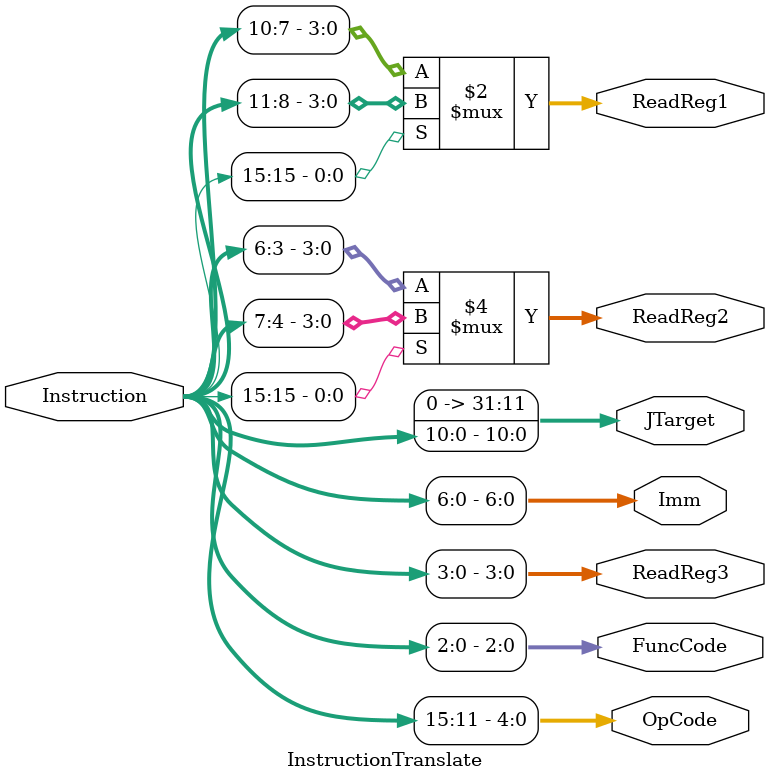
<source format=v>

module InstructionTranslate(input[15:0] Instruction, output[4:0] OpCode, output[2:0] FuncCode, output[3:0] ReadReg1, 
									output[3:0] ReadReg2, output[3:0] ReadReg3, output[6:0] Imm, output[31:0] JTarget);

	assign OpCode = Instruction[15:11];
	assign FuncCode = Instruction[2:0];
	assign ReadReg1 = (Instruction[15] == 1) ? Instruction[11:8] : Instruction[10:7];
	assign ReadReg2 = (Instruction[15] == 1) ? Instruction[7:4] : Instruction[6:3];
	assign ReadReg3 = Instruction[3:0];
	assign Imm = Instruction[6:0];
	assign JTarget = {21'b0, Instruction[10:0]};

endmodule

</source>
